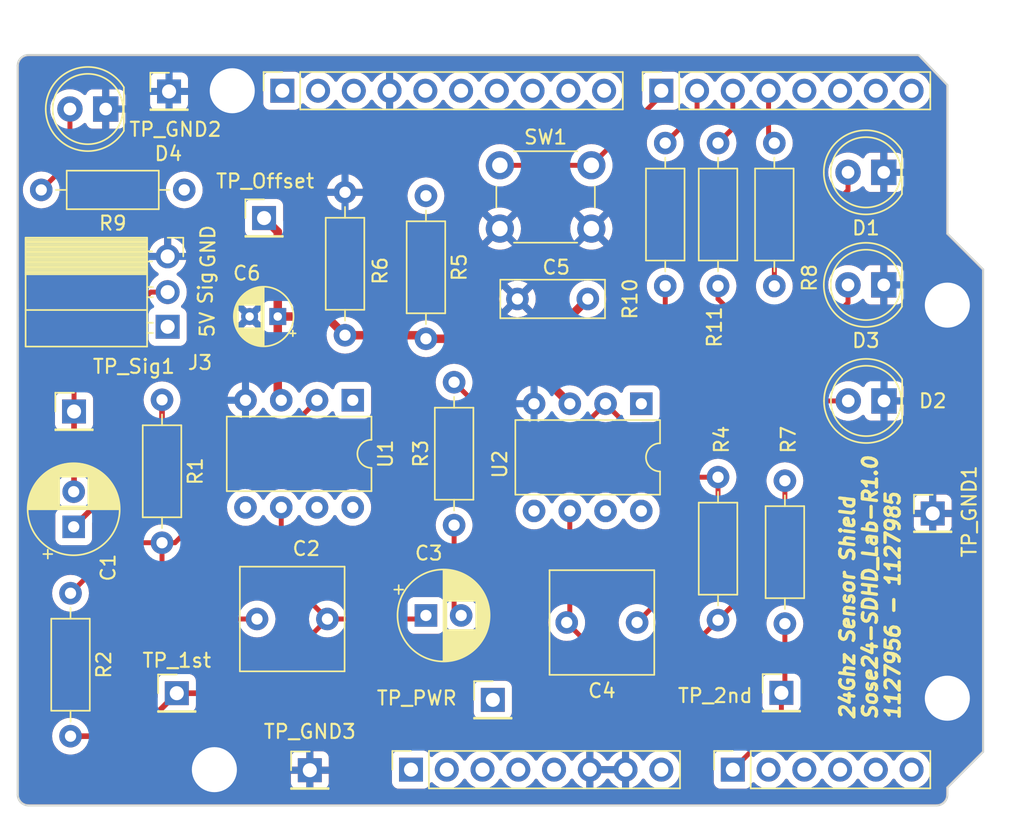
<source format=kicad_pcb>
(kicad_pcb (version 20240108) (generator "pcbnew") (generator_version "8.0")
  (title_block (title "24Ghz Radar Design") (date "2024-04-23") (rev "R1.0") (company "Hochschule Darmstadt") (comment 1 "Nguyen Tien Anh Ha"))
  (layers (0 "F.Cu" signal) (1 "In1.Cu" power "In1.GND") (2 "In2.Cu" power "In2.Pow") (31 "B.Cu" signal) (34 "B.Paste" user) (35 "F.Paste" user) (36 "B.SilkS" user "B.Silkscreen") (37 "F.SilkS" user "F.Silkscreen") (38 "B.Mask" user) (39 "F.Mask" user) (44 "Edge.Cuts" user))
  (net 0 "")
  (net 1 "GND")
  (net 3 "+5V")
  (net 4 "/Radar_Sig")
  (net 5 "Net-(C1-Pad1)")
  (net 6 "Net-(C2-Pad2)")
  (net 7 "Net-(U1--)")
  (net 8 "Net-(C3-Pad2)")
  (net 9 "Net-(U2--)")
  (net 10 "Net-(C4-Pad2)")
  (net 11 "/V_offset")
  (net 12 "Net-(D1-A)")
  (net 13 "Net-(D2-A)")
  (net 14 "Net-(D3-A)")
  (net 15 "Net-(D4-A)")
  (net 16 "/VDDIO{slash}2")
  (net 17 "/3.3V")
  (net 18 "/nReset{slash}2")
  (net 19 "/Vin{slash}2")
  (net 20 "/P15.4")
  (net 21 "/P6.3")
  (net 22 "/V_out")
  (net 25 "/P6.2")
  (net 26 "/P6.5")
  (net 27 "/P6.0")
  (net 28 "/P6.6")
  (net 29 "/USR_LED")
  (net 31 "/P6.4")
  (net 32 "/P6.1")
  (net 33 "/P12.4")
  (net 34 "/P12.5")
  (net 35 "/P2.2")
  (net 36 "/P2.1")
  (net 37 "/SW_BUTTON")
  (net 38 "/P2.3")
  (net 39 "/P2.0")
  (net 40 "/LED_GREEN")
  (net 41 "/LED_RED")
  (net 42 "/LED_YELLOW")
  (footprint "Connector_PinSocket_2.54mm:PinSocket_1x08_P2.54mm_Vertical" (layer "F.Cu") (at 127.94 97.46 90)
    (property "Reference" "J1" (hide yes))
    (property "Value" "Power")
    (pad "1" thru_hole rect (at 0 0 90) (size 1.7 1.7) (drill 1) (layers "*.Cu" "*.Mask"))
    (pad "2" thru_hole oval (at 0 2.54 90) (size 1.7 1.7) (drill 1) (layers "*.Cu" "*.Mask") (net 16 "/VDDIO{slash}2"))
    (pad "3" thru_hole oval (at 0 5.08 90) (size 1.7 1.7) (drill 1) (layers "*.Cu" "*.Mask") (net 18 "/nReset{slash}2"))
    (pad "4" thru_hole oval (at 0 7.62 90) (size 1.7 1.7) (drill 1) (layers "*.Cu" "*.Mask") (net 17 "/3.3V"))
    (pad "5" thru_hole oval (at 0 10.16 90) (size 1.7 1.7) (drill 1) (layers "*.Cu" "*.Mask") (net 3 "+5V"))
    (pad "6" thru_hole oval (at 0 12.7 90) (size 1.7 1.7) (drill 1) (layers "*.Cu" "*.Mask") (net 1 "GND"))
    (pad "7" thru_hole oval (at 0 15.24 90) (size 1.7 1.7) (drill 1) (layers "*.Cu" "*.Mask") (net 1 "GND"))
    (pad "8" thru_hole oval (at 0 17.78 90) (size 1.7 1.7) (drill 1) (layers "*.Cu" "*.Mask") (net 19 "/Vin{slash}2"))
  )
  (footprint "Connector_PinSocket_2.54mm:PinSocket_1x06_P2.54mm_Vertical" (layer "F.Cu") (at 150.8 97.46 90)
    (property "Reference" "J2" (hide yes))
    (property "Value" "Analog")
    (pad "1" thru_hole rect (at 0 0 90) (size 1.7 1.7) (drill 1) (layers "*.Cu" "*.Mask") (net 22 "/V_out"))
    (pad "2" thru_hole oval (at 0 2.54 90) (size 1.7 1.7) (drill 1) (layers "*.Cu" "*.Mask") (net 20 "/P15.4"))
    (pad "3" thru_hole oval (at 0 5.08 90) (size 1.7 1.7) (drill 1) (layers "*.Cu" "*.Mask") (net 21 "/P6.3"))
    (pad "4" thru_hole oval (at 0 7.62 90) (size 1.7 1.7) (drill 1) (layers "*.Cu" "*.Mask") (net 25 "/P6.2"))
    (pad "5" thru_hole oval (at 0 10.16 90) (size 1.7 1.7) (drill 1) (layers "*.Cu" "*.Mask"))
    (pad "6" thru_hole oval (at 0 12.7 90) (size 1.7 1.7) (drill 1) (layers "*.Cu" "*.Mask"))
  )
  (footprint "Connector_PinSocket_2.54mm:PinSocket_1x10_P2.54mm_Vertical" (layer "F.Cu") (at 118.796 49.2 90)
    (property "Reference" "J4" (hide yes))
    (property "Value" "Digital/PWM")
    (pad "1" thru_hole rect (at 0 0 90) (size 1.7 1.7) (drill 1) (layers "*.Cu" "*.Mask") (net 27 "/P6.0"))
    (pad "2" thru_hole oval (at 0 2.54 90) (size 1.7 1.7) (drill 1) (layers "*.Cu" "*.Mask") (net 32 "/P6.1"))
    (pad "3" thru_hole oval (at 0 5.08 90) (size 1.7 1.7) (drill 1) (layers "*.Cu" "*.Mask"))
    (pad "4" thru_hole oval (at 0 7.62 90) (size 1.7 1.7) (drill 1) (layers "*.Cu" "*.Mask") (net 1 "GND"))
    (pad "5" thru_hole oval (at 0 10.16 90) (size 1.7 1.7) (drill 1) (layers "*.Cu" "*.Mask") (net 29 "/USR_LED"))
    (pad "6" thru_hole oval (at 0 12.7 90) (size 1.7 1.7) (drill 1) (layers "*.Cu" "*.Mask") (net 28 "/P6.6"))
    (pad "7" thru_hole oval (at 0 15.24 90) (size 1.7 1.7) (drill 1) (layers "*.Cu" "*.Mask") (net 26 "/P6.5"))
    (pad "8" thru_hole oval (at 0 17.78 90) (size 1.7 1.7) (drill 1) (layers "*.Cu" "*.Mask") (net 31 "/P6.4"))
    (pad "9" thru_hole oval (at 0 20.32 90) (size 1.7 1.7) (drill 1) (layers "*.Cu" "*.Mask") (net 34 "/P12.5"))
    (pad "10" thru_hole oval (at 0 22.86 90) (size 1.7 1.7) (drill 1) (layers "*.Cu" "*.Mask") (net 33 "/P12.4"))
  )
  (footprint "Connector_PinSocket_2.54mm:PinSocket_1x08_P2.54mm_Vertical" (layer "F.Cu") (at 145.72 49.2 90)
    (property "Reference" "J5" (hide yes))
    (property "Value" "Digital/PWM")
    (pad "1" thru_hole rect (at 0 0 90) (size 1.7 1.7) (drill 1) (layers "*.Cu" "*.Mask") (net 37 "/SW_BUTTON"))
    (pad "2" thru_hole oval (at 0 2.54 90) (size 1.7 1.7) (drill 1) (layers "*.Cu" "*.Mask") (net 40 "/LED_GREEN"))
    (pad "3" thru_hole oval (at 0 5.08 90) (size 1.7 1.7) (drill 1) (layers "*.Cu" "*.Mask") (net 42 "/LED_YELLOW"))
    (pad "4" thru_hole oval (at 0 7.62 90) (size 1.7 1.7) (drill 1) (layers "*.Cu" "*.Mask") (net 41 "/LED_RED"))
    (pad "5" thru_hole oval (at 0 10.16 90) (size 1.7 1.7) (drill 1) (layers "*.Cu" "*.Mask") (net 38 "/P2.3"))
    (pad "6" thru_hole oval (at 0 12.7 90) (size 1.7 1.7) (drill 1) (layers "*.Cu" "*.Mask") (net 35 "/P2.2"))
    (pad "7" thru_hole oval (at 0 15.24 90) (size 1.7 1.7) (drill 1) (layers "*.Cu" "*.Mask") (net 36 "/P2.1"))
    (pad "8" thru_hole oval (at 0 17.78 90) (size 1.7 1.7) (drill 1) (layers "*.Cu" "*.Mask") (net 39 "/P2.0"))
  )
  (footprint "LED_THT:LED_D5.0mm" (layer "F.Cu") (at 161.54 71.25 180)
    (property "Reference" "D2" (at -3.46 0 180) (layer "F.SilkS"))
    (property "Value" "Green_LED")
    (pad "1" thru_hole rect (at 0 0 180) (size 1.8 1.8) (drill 0.9) (layers "*.Cu" "*.Mask") (net 1 "GND"))
    (pad "2" thru_hole circle (at 2.54 0 180) (size 1.8 1.8) (drill 0.9) (layers "*.Cu" "*.Mask") (net 13 "Net-(D2-A)"))
  )
  (footprint "Connector_PinHeader_2.54mm:PinHeader_1x01_P2.54mm_Vertical" (layer "F.Cu") (at 104 72)
    (property "Reference" "TP_Sig1" (at 4.25 -3.2 0) (layer "F.SilkS"))
    (property "Value" "TP_Sig")
    (pad "1" thru_hole rect (at 0 0) (size 1.7 1.7) (drill 1) (layers "*.Cu" "*.Mask") (net 4 "/Radar_Sig"))
  )
  (footprint "Connector_PinHeader_2.54mm:PinHeader_1x01_P2.54mm_Vertical" (layer "F.Cu") (at 111.3 92.025)
    (property "Reference" "TP_1st" (at 0 -2.33 0) (layer "F.SilkS"))
    (property "Value" "TP_1st")
    (pad "1" thru_hole rect (at 0 0) (size 1.7 1.7) (drill 1) (layers "*.Cu" "*.Mask") (net 6 "Net-(C2-Pad2)"))
  )
  (footprint "LED_THT:LED_D5.0mm" (layer "F.Cu") (at 106.25 50.5 180)
    (property "Reference" "D4" (at -4.45 -3.175 180) (layer "F.SilkS"))
    (property "Value" "Pwr_LED")
    (pad "1" thru_hole rect (at 0 0 180) (size 1.8 1.8) (drill 0.9) (layers "*.Cu" "*.Mask") (net 1 "GND"))
    (pad "2" thru_hole circle (at 2.54 0 180) (size 1.8 1.8) (drill 0.9) (layers "*.Cu" "*.Mask") (net 15 "Net-(D4-A)"))
  )
  (footprint "Connector_PinHeader_2.54mm:PinHeader_1x01_P2.54mm_Vertical" (layer "F.Cu") (at 110.75 49.25)
    (property "Reference" "TP_GND2" (at 0.45 2.7 0) (layer "F.SilkS"))
    (property "Value" "TestPoint")
    (pad "1" thru_hole rect (at 0 0) (size 1.7 1.7) (drill 1) (layers "*.Cu" "*.Mask") (net 1 "GND"))
  )
  (footprint "Capacitor_THT:C_Rect_L7.2mm_W2.5mm_P5.00mm_FKS2_FKP2_MKS2_MKP2" (layer "F.Cu") (at 140.5 64 180)
    (property "Reference" "C5" (at 2.25 2.25 180) (layer "F.SilkS"))
    (property "Value" "100n")
    (pad "1" thru_hole circle (at 0 0 180) (size 1.6 1.6) (drill 0.8) (layers "*.Cu" "*.Mask") (net 11 "/V_offset"))
    (pad "2" thru_hole circle (at 5 0 180) (size 1.6 1.6) (drill 0.8) (layers "*.Cu" "*.Mask") (net 1 "GND"))
  )
  (footprint "Resistor_THT:R_Axial_DIN0207_L6.3mm_D2.5mm_P10.16mm_Horizontal" (layer "F.Cu") (at 123.25 66.58 90)
    (property "Reference" "R6" (at 4.58 2.5 -90) (layer "F.SilkS"))
    (property "Value" "1k")
    (pad "1" thru_hole circle (at 0 0 90) (size 1.6 1.6) (drill 0.8) (layers "*.Cu" "*.Mask") (net 11 "/V_offset"))
    (pad "2" thru_hole oval (at 10.16 0 90) (size 1.6 1.6) (drill 0.8) (layers "*.Cu" "*.Mask") (net 1 "GND"))
  )
  (footprint "radar_connector:PinSocket_1x03_P2.54mm_Horizontal" (layer "F.Cu") (at 110.65 60.975)
    (property "Reference" "J3" (at 2.3 7.55 0) (layer "F.SilkS"))
    (property "Value" "Conn_01x03_Socket")
    (pad "1" thru_hole rect (at 0 5) (size 1.7 1.7) (drill 1) (layers "*.Cu" "*.Mask") (net 3 "+5V"))
    (pad "2" thru_hole oval (at 0 2.54) (size 1.7 1.7) (drill 1) (layers "*.Cu" "*.Mask") (net 4 "/Radar_Sig"))
    (pad "3" thru_hole oval (at 0 0) (size 1.7 1.7) (drill 1) (layers "*.Cu" "*.Mask") (net 1 "GND"))
  )
  (footprint "LED_THT:LED_D5.0mm" (layer "F.Cu") (at 161.525 55 180)
    (property "Reference" "D1" (at 1.27 -3.96 180) (layer "F.SilkS"))
    (property "Value" "Red_LED")
    (pad "1" thru_hole rect (at 0 0 180) (size 1.8 1.8) (drill 0.9) (layers "*.Cu" "*.Mask") (net 1 "GND"))
    (pad "2" thru_hole circle (at 2.54 0 180) (size 1.8 1.8) (drill 0.9) (layers "*.Cu" "*.Mask") (net 12 "Net-(D1-A)"))
  )
  (footprint "Button_Switch_THT:SW_PUSH_6mm_H7.3mm" (layer "F.Cu") (at 134.25 54.5)
    (property "Reference" "SW1" (at 3.25 -2 0) (layer "F.SilkS"))
    (property "Value" "SW_Push")
    (pad "1" thru_hole circle (at 0 0 90) (size 2 2) (drill 1.1) (layers "*.Cu" "*.Mask") (net 37 "/SW_BUTTON"))
    (pad "1" thru_hole circle (at 6.5 0 90) (size 2 2) (drill 1.1) (layers "*.Cu" "*.Mask") (net 37 "/SW_BUTTON"))
    (pad "2" thru_hole circle (at 0 4.5 90) (size 2 2) (drill 1.1) (layers "*.Cu" "*.Mask") (net 1 "GND"))
    (pad "2" thru_hole circle (at 6.5 4.5 90) (size 2 2) (drill 1.1) (layers "*.Cu" "*.Mask") (net 1 "GND"))
  )
  (footprint "Capacitor_THT:CP_Radial_D4.0mm_P2.00mm" (layer "F.Cu") (at 118.4726 65.25 180)
    (property "Reference" "C6" (at 2.1976 3.075 180) (layer "F.SilkS"))
    (property "Value" "22u")
    (pad "1" thru_hole rect (at 0 0 180) (size 1.2 1.2) (drill 0.6) (layers "*.Cu" "*.Mask") (net 11 "/V_offset"))
    (pad "2" thru_hole circle (at 2 0 180) (size 1.2 1.2) (drill 0.6) (layers "*.Cu" "*.Mask") (net 1 "GND"))
  )
  (footprint "Package_DIP:DIP-8_W7.62mm" (layer "F.Cu") (at 144.3 71.45 -90)
    (property "Reference" "U2" (at 4.3 10.05 90) (layer "F.SilkS"))
    (property "Value" "OPA340P")
    (pad "1" thru_hole rect (at 0 0 270) (size 1.6 1.6) (drill 0.8) (layers "*.Cu" "*.Mask"))
    (pad "2" thru_hole oval (at 0 2.54 270) (size 1.6 1.6) (drill 0.8) (layers "*.Cu" "*.Mask") (net 9 "Net-(U2--)"))
    (pad "3" thru_hole oval (at 0 5.08 270) (size 1.6 1.6) (drill 0.8) (layers "*.Cu" "*.Mask") (net 11 "/V_offset"))
    (pad "4" thru_hole oval (at 0 7.62 270) (size 1.6 1.6) (drill 0.8) (layers "*.Cu" "*.Mask") (net 1 "GND"))
    (pad "5" thru_hole oval (at 7.62 7.62 270) (size 1.6 1.6) (drill 0.8) (layers "*.Cu" "*.Mask"))
    (pad "6" thru_hole oval (at 7.62 5.08 270) (size 1.6 1.6) (drill 0.8) (layers "*.Cu" "*.Mask") (net 10 "Net-(C4-Pad2)"))
    (pad "7" thru_hole oval (at 7.62 2.54 270) (size 1.6 1.6) (drill 0.8) (layers "*.Cu" "*.Mask") (net 3 "+5V"))
    (pad "8" thru_hole oval (at 7.62 0 270) (size 1.6 1.6) (drill 0.8) (layers "*.Cu" "*.Mask"))
  )
  (footprint "LED_THT:LED_D5.0mm" (layer "F.Cu") (at 161.525 63 180)
    (property "Reference" "D3" (at 1.27 -3.96 180) (layer "F.SilkS"))
    (property "Value" "Yellow_LED")
    (pad "1" thru_hole rect (at 0 0 180) (size 1.8 1.8) (drill 0.9) (layers "*.Cu" "*.Mask") (net 1 "GND"))
    (pad "2" thru_hole circle (at 2.54 0 180) (size 1.8 1.8) (drill 0.9) (layers "*.Cu" "*.Mask") (net 14 "Net-(D3-A)"))
  )
  (footprint "Arduino_MountingHole:MountingHole_3.2mm" (layer "F.Cu") (at 115.24 49.2)
    (property "Reference" "MH1" (hide yes))
    (property "Value" "MountingHole_3.2mm" (hide yes))
    (pad "" np_thru_hole circle (at 0 0) (size 3.2 3.2) (drill 3.2) (layers "*.Cu" "*.Mask"))
  )
  (footprint "Connector_PinHeader_2.54mm:PinHeader_1x01_P2.54mm_Vertical" (layer "F.Cu") (at 165 79.25)
    (property "Reference" "TP_GND1" (at 2.6 -0.15 90) (layer "F.SilkS"))
    (property "Value" "TestPoint")
    (pad "1" thru_hole rect (at 0 0) (size 1.7 1.7) (drill 1) (layers "*.Cu" "*.Mask") (net 1 "GND"))
  )
  (footprint "Capacitor_THT:C_Rect_L7.2mm_W7.2mm_P5.00mm_FKS2_FKP2_MKS2_MKP2" (layer "F.Cu") (at 144 87 180)
    (property "Reference" "C4" (at 2.5 -4.85 180) (layer "F.SilkS"))
    (property "Value" "3.3n")
    (pad "1" thru_hole circle (at 0 0 180) (size 1.6 1.6) (drill 0.8) (layers "*.Cu" "*.Mask") (net 9 "Net-(U2--)"))
    (pad "2" thru_hole circle (at 5 0 180) (size 1.6 1.6) (drill 0.8) (layers "*.Cu" "*.Mask") (net 10 "Net-(C4-Pad2)"))
  )
  (footprint "Resistor_THT:R_Axial_DIN0207_L6.3mm_D2.5mm_P10.16mm_Horizontal" (layer "F.Cu") (at 149.75 76.67 -90)
    (property "Reference" "R4" (at -2.67 -0.25 90) (layer "F.SilkS"))
    (property "Value" "100k")
    (pad "1" thru_hole circle (at 0 0 270) (size 1.6 1.6) (drill 0.8) (layers "*.Cu" "*.Mask") (net 9 "Net-(U2--)"))
    (pad "2" thru_hole oval (at 10.16 0 270) (size 1.6 1.6) (drill 0.8) (layers "*.Cu" "*.Mask") (net 10 "Net-(C4-Pad2)"))
  )
  (footprint "Resistor_THT:R_Axial_DIN0207_L6.3mm_D2.5mm_P10.16mm_Horizontal" (layer "F.Cu") (at 103.75 84.92 -90)
    (property "Reference" "R2" (at 5.08 -2.37 90) (layer "F.SilkS"))
    (property "Value" "220k")
    (pad "1" thru_hole circle (at 0 0 270) (size 1.6 1.6) (drill 0.8) (layers "*.Cu" "*.Mask") (net 7 "Net-(U1--)"))
    (pad "2" thru_hole oval (at 10.16 0 270) (size 1.6 1.6) (drill 0.8) (layers "*.Cu" "*.Mask") (net 6 "Net-(C2-Pad2)"))
  )
  (footprint "Resistor_THT:R_Axial_DIN0207_L6.3mm_D2.5mm_P10.16mm_Horizontal" (layer "F.Cu") (at 111.83 56.25 180)
    (property "Reference" "R9" (at 5.08 -2.37 180) (layer "F.SilkS"))
    (property "Value" "470")
    (pad "1" thru_hole circle (at 0 0 180) (size 1.6 1.6) (drill 0.8) (layers "*.Cu" "*.Mask") (net 3 "+5V"))
    (pad "2" thru_hole oval (at 10.16 0 180) (size 1.6 1.6) (drill 0.8) (layers "*.Cu" "*.Mask") (net 15 "Net-(D4-A)"))
  )
  (footprint "Resistor_THT:R_Axial_DIN0207_L6.3mm_D2.5mm_P10.16mm_Horizontal" (layer "F.Cu") (at 153.75 52.92 -90)
    (property "Reference" "R8" (at 9.58 -2.5 90) (layer "F.SilkS"))
    (property "Value" "470")
    (pad "1" thru_hole circle (at 0 0 270) (size 1.6 1.6) (drill 0.8) (layers "*.Cu" "*.Mask") (net 41 "/LED_RED"))
    (pad "2" thru_hole oval (at 10.16 0 270) (size 1.6 1.6) (drill 0.8) (layers "*.Cu" "*.Mask") (net 12 "Net-(D1-A)"))
  )
  (footprint "Capacitor_THT:CP_Radial_D6.3mm_P2.50mm" (layer "F.Cu") (at 129 86.5)
    (property "Reference" "C3" (at 0.2 -4.425 0) (layer "F.SilkS"))
    (property "Value" "4.7u")
    (pad "1" thru_hole rect (at 0 0) (size 1.6 1.6) (drill 0.8) (layers "*.Cu" "*.Mask") (net 6 "Net-(C2-Pad2)"))
    (pad "2" thru_hole circle (at 2.5 0) (size 1.6 1.6) (drill 0.8) (layers "*.Cu" "*.Mask") (net 8 "Net-(C3-Pad2)"))
  )
  (footprint "Resistor_THT:R_Axial_DIN0207_L6.3mm_D2.5mm_P10.16mm_Horizontal" (layer "F.Cu") (at 110.25 71.17 -90)
    (property "Reference" "R1" (at 5.08 -2.37 90) (layer "F.SilkS"))
    (property "Value" "2.2k")
    (pad "1" thru_hole circle (at 0 0 270) (size 1.6 1.6) (drill 0.8) (layers "*.Cu" "*.Mask") (net 5 "Net-(C1-Pad1)"))
    (pad "2" thru_hole oval (at 10.16 0 270) (size 1.6 1.6) (drill 0.8) (layers "*.Cu" "*.Mask") (net 7 "Net-(U1--)"))
  )
  (footprint "Connector_PinHeader_2.54mm:PinHeader_1x01_P2.54mm_Vertical" (layer "F.Cu") (at 120.75 97.5)
    (property "Reference" "TP_GND3" (at 0 -2.75 0) (layer "F.SilkS"))
    (property "Value" "TestPoint")
    (pad "1" thru_hole rect (at 0 0) (size 1.7 1.7) (drill 1) (layers "*.Cu" "*.Mask") (net 1 "GND"))
  )
  (footprint "Capacitor_THT:CP_Radial_D6.3mm_P2.50mm" (layer "F.Cu") (at 103.975 80.2 90)
    (property "Reference" "C1" (at -2.9 2.45 -90) (layer "F.SilkS"))
    (property "Value" "4.7u")
    (pad "1" thru_hole rect (at 0 0 90) (size 1.6 1.6) (drill 0.8) (layers "*.Cu" "*.Mask") (net 5 "Net-(C1-Pad1)"))
    (pad "2" thru_hole circle (at 2.5 0 90) (size 1.6 1.6) (drill 0.8) (layers "*.Cu" "*.Mask") (net 4 "/Radar_Sig"))
  )
  (footprint "Resistor_THT:R_Axial_DIN0207_L6.3mm_D2.5mm_P10.16mm_Horizontal" (layer "F.Cu") (at 146 52.92 -90)
    (property "Reference" "R10" (at 11.08 2.5 90) (layer "F.SilkS"))
    (property "Value" "470")
    (pad "1" thru_hole circle (at 0 0 270) (size 1.6 1.6) (drill 0.8) (layers "*.Cu" "*.Mask") (net 40 "/LED_GREEN"))
    (pad "2" thru_hole oval (at 10.16 0 270) (size 1.6 1.6) (drill 0.8) (layers "*.Cu" "*.Mask") (net 13 "Net-(D2-A)"))
  )
  (footprint "Resistor_THT:R_Axial_DIN0207_L6.3mm_D2.5mm_P10.16mm_Horizontal" (layer "F.Cu") (at 154.5 76.92 -90)
    (property "Reference" "R7" (at -2.92 -0.25 90) (layer "F.SilkS"))
    (property "Value" "100")
    (pad "1" thru_hole circle (at 0 0 270) (size 1.6 1.6) (drill 0.8) (layers "*.Cu" "*.Mask") (net 10 "Net-(C4-Pad2)"))
    (pad "2" thru_hole oval (at 10.16 0 270) (size 1.6 1.6) (drill 0.8) (layers "*.Cu" "*.Mask") (net 22 "/V_out"))
  )
  (footprint "Resistor_THT:R_Axial_DIN0207_L6.3mm_D2.5mm_P10.16mm_Horizontal" (layer "F.Cu") (at 131 80.08 90)
    (property "Reference" "R3" (at 5.08 -2.37 -90) (layer "F.SilkS"))
    (property "Value" "33k")
    (pad "1" thru_hole circle (at 0 0 90) (size 1.6 1.6) (drill 0.8) (layers "*.Cu" "*.Mask") (net 8 "Net-(C3-Pad2)"))
    (pad "2" thru_hole oval (at 10.16 0 90) (size 1.6 1.6) (drill 0.8) (layers "*.Cu" "*.Mask") (net 9 "Net-(U2--)"))
  )
  (footprint "Package_DIP:DIP-8_W7.62mm" (layer "F.Cu") (at 123.8 71.2 -90)
    (property "Reference" "U1" (at 3.81 -2.33 90) (layer "F.SilkS"))
    (property "Value" "OPA340P")
    (pad "1" thru_hole rect (at 0 0 270) (size 1.6 1.6) (drill 0.8) (layers "*.Cu" "*.Mask"))
    (pad "2" thru_hole oval (at 0 2.54 270) (size 1.6 1.6) (drill 0.8) (layers "*.Cu" "*.Mask") (net 7 "Net-(U1--)"))
    (pad "3" thru_hole oval (at 0 5.08 270) (size 1.6 1.6) (drill 0.8) (layers "*.Cu" "*.Mask") (net 11 "/V_offset"))
    (pad "4" thru_hole oval (at 0 7.62 270) (size 1.6 1.6) (drill 0.8) (layers "*.Cu" "*.Mask") (net 1 "GND"))
    (pad "5" thru_hole oval (at 7.62 7.62 270) (size 1.6 1.6) (drill 0.8) (layers "*.Cu" "*.Mask"))
    (pad "6" thru_hole oval (at 7.62 5.08 270) (size 1.6 1.6) (drill 0.8) (layers "*.Cu" "*.Mask") (net 6 "Net-(C2-Pad2)"))
    (pad "7" thru_hole oval (at 7.62 2.54 270) (size 1.6 1.6) (drill 0.8) (layers "*.Cu" "*.Mask") (net 3 "+5V"))
    (pad "8" thru_hole oval (at 7.62 0 270) (size 1.6 1.6) (drill 0.8) (layers "*.Cu" "*.Mask"))
  )
  (footprint "Connector_PinHeader_2.54mm:PinHeader_1x01_P2.54mm_Vertical" (layer "F.Cu") (at 154.25 92)
    (property "Reference" "TP_2nd" (at -4.7 0.2 0) (layer "F.SilkS"))
    (property "Value" "TP_2nd")
    (pad "1" thru_hole rect (at 0 0) (size 1.7 1.7) (drill 1) (layers "*.Cu" "*.Mask") (net 22 "/V_out"))
  )
  (footprint "Connector_PinHeader_2.54mm:PinHeader_1x01_P2.54mm_Vertical" (layer "F.Cu") (at 117.5 58.25)
    (property "Reference" "TP_Offset" (at 0.075 -2.625 0) (layer "F.SilkS"))
    (property "Value" "TP_Offset")
    (pad "1" thru_hole rect (at 0 0) (size 1.7 1.7) (drill 1) (layers "*.Cu" "*.Mask") (net 11 "/V_offset"))
  )
  (footprint "Capacitor_THT:C_Rect_L7.2mm_W7.2mm_P5.00mm_FKS2_FKP2_MKS2_MKP2" (layer "F.Cu") (at 117 86.75)
    (property "Reference" "C2" (at 3.5 -5 0) (layer "F.SilkS"))
    (property "Value" "1.5n")
    (pad "1" thru_hole circle (at 0 0) (size 1.6 1.6) (drill 0.8) (layers "*.Cu" "*.Mask") (net 7 "Net-(U1--)"))
    (pad "2" thru_hole circle (at 5 0) (size 1.6 1.6) (drill 0.8) (layers "*.Cu" "*.Mask") (net 6 "Net-(C2-Pad2)"))
  )
  (footprint "Arduino_MountingHole:MountingHole_3.2mm" (layer "F.Cu") (at 113.97 97.46)
    (property "Reference" "MH2" (hide yes))
    (property "Value" "MountingHole_3.2mm" (hide yes))
    (pad "" np_thru_hole circle (at 0 0) (size 3.2 3.2) (drill 3.2) (layers "*.Cu" "*.Mask"))
  )
  (footprint "Arduino_MountingHole:MountingHole_3.2mm" (layer "F.Cu") (at 166.04 64.44)
    (property "Reference" "MH3" (hide yes))
    (property "Value" "MountingHole_3.2mm" (hide yes))
    (pad "" np_thru_hole circle (at 0 0) (size 3.2 3.2) (drill 3.2) (layers "*.Cu" "*.Mask"))
  )
  (footprint "Arduino_MountingHole:MountingHole_3.2mm" (layer "F.Cu") (at 166.04 92.38)
    (property "Reference" "MH4" (hide yes))
    (property "Value" "MountingHole_3.2mm" (hide yes))
    (pad "" np_thru_hole circle (at 0 0) (size 3.2 3.2) (drill 3.2) (layers "*.Cu" "*.Mask"))
  )
  (footprint "Connector_PinHeader_2.54mm:PinHeader_1x01_P2.54mm_Vertical" (layer "F.Cu") (at 133.75 92.5)
    (property "Reference" "TP_PWR" (at -5.4 -0.125 0) (layer "F.SilkS"))
    (property "Value" "TP_5V")
    (pad "1" thru_hole rect (at 0 0) (size 1.7 1.7) (drill 1) (layers "*.Cu" "*.Mask") (net 3 "+5V"))
  )
  (footprint "Resistor_THT:R_Axial_DIN0207_L6.3mm_D2.5mm_P10.16mm_Horizontal" (layer "F.Cu") (at 149.75 52.92 -90)
    (property "Reference" "R11" (at 13.08 0.25 90) (layer "F.SilkS"))
    (property "Value" "470")
    (pad "1" thru_hole circle (at 0 0 270) (size 1.6 1.6) (drill 0.8) (layers "*.Cu" "*.Mask") (net 42 "/LED_YELLOW"))
    (pad "2" thru_hole oval (at 10.16 0 270) (size 1.6 1.6) (drill 0.8) (layers "*.Cu" "*.Mask") (net 14 "Net-(D3-A)"))
  )
  (footprint "Resistor_THT:R_Axial_DIN0207_L6.3mm_D2.5mm_P10.16mm_Horizontal" (layer "F.Cu") (at 129 56.67 -90)
    (property "Reference" "R5" (at 5.08 -2.37 90) (layer "F.SilkS"))
    (property "Value" "1k")
    (pad "1" thru_hole circle (at 0 0 270) (size 1.6 1.6) (drill 0.8) (layers "*.Cu" "*.Mask") (net 3 "+5V"))
    (pad "2" thru_hole oval (at 10.16 0 270) (size 1.6 1.6) (drill 0.8) (layers "*.Cu" "*.Mask") (net 11 "/V_offset"))
  )
  (gr_line (start 166.04 59.36) (end 168.58 61.9) (stroke (width 0.15)) (layer "Edge.Cuts"))
  (gr_line (start 100 99.238) (end 100 47.422) (stroke (width 0.15)) (layer "Edge.Cuts"))
  (gr_line (start 168.58 61.9) (end 168.58 96.19) (stroke (width 0.15)) (layer "Edge.Cuts"))
  (gr_line (start 165.278 100) (end 100.762 100) (stroke (width 0.15)) (layer "Edge.Cuts"))
  (gr_line (start 100.762 46.66) (end 164 46.66) (stroke (width 0.15)) (layer "Edge.Cuts"))
  (gr_arc (start 100.762 100) (mid 100.223185 99.776815) (end 100 99.238) (stroke (width 0.15)) (layer "Edge.Cuts"))
  (gr_line (start 168.58 96.19) (end 166.04 98.73) (stroke (width 0.15)) (layer "Edge.Cuts"))
  (gr_line (start 164 46.66) (end 166.04 48.8) (stroke (width 0.15)) (layer "Edge.Cuts"))
  (gr_arc (start 166.04 99.238) (mid 165.816815 99.776815) (end 165.278 100) (stroke (width 0.15)) (layer "Edge.Cuts"))
  (gr_line (start 166.04 48.8) (end 166.04 59.36) (stroke (width 0.15)) (layer "Edge.Cuts"))
  (gr_line (start 166.04 98.73) (end 166.04 99.238) (stroke (width 0.15)) (layer "Edge.Cuts"))
  (gr_arc (start 100 47.422) (mid 100.223185 46.883185) (end 100.762 46.66) (stroke (width 0.15)) (layer "Edge.Cuts"))
  (gr_text "Sig\n" (at 113.925 64.475 90) (layer "F.SilkS") (effects (font (size 1 1)) (justify left bottom)))
  (gr_text "5V" (at 114.05 66.825 90) (layer "F.SilkS") (effects (font (size 1 1)) (justify left bottom)))
  (gr_text "GND\n" (at 114.1 61.9 90) (layer "F.SilkS") (effects (font (size 1 1)) (justify left bottom)))
  (gr_text "24Ghz Sensor Shield	\nSose24-SDHD_Lab-${REVISION}\n1127956 - 1127985\n" (at 162.75 94 90) (layer "F.SilkS") (effects (font (size 1 1) (thickness 0.24) (bold yes) (italic yes)) (justify left bottom)))
  (segment (start 110.65 63.515) (end 109.447919 63.515) (width 0.35) (layer "F.Cu") (net 4))
  (segment (start 104 68.962919) (end 104 72) (width 0.35) (layer "F.Cu") (net 4))
  (segment (start 104 77.675) (end 103.975 77.7) (width 0.4) (layer "F.Cu") (net 4))
  (segment (start 103.975 72.025) (end 104 72) (width 0.2) (layer "F.Cu") (net 4))
  (segment (start 104 72) (end 104 77.675) (width 0.4) (layer "F.Cu") (net 4))
  (segment (start 109.447919 63.515) (end 104 68.962919) (width 0.35) (layer "F.Cu") (net 4))
  (segment (start 110.25 71.17) (end 110.25 73.925) (width 0.4) (layer "F.Cu") (net 5))
  (segment (start 110.25 73.925) (end 103.975 80.2) (width 0.4) (layer "F.Cu") (net 5))
  (segment (start 110.25 71.17) (end 110.325 71.245) (width 0.2) (layer "F.Cu") (net 5))
  (segment (start 110.525 71.445) (end 110.25 71.17) (width 0.6) (layer "F.Cu") (net 5))
  (segment (start 116.725 92.025) (end 116.75 92) (width 0.4) (layer "F.Cu") (net 6))
  (segment (start 111.3 92.025) (end 116.725 92.025) (width 0.4) (layer "F.Cu") (net 6))
  (segment (start 128.75 86.75) (end 129 86.5) (width 0.35) (layer "F.Cu") (net 6))
  (segment (start 116.75 92) (end 122 86.75) (width 0.35) (layer "F.Cu") (net 6))
  (segment (start 118.72 78.82) (end 118.72 83.47) (width 0.35) (layer "F.Cu") (net 6))
  (segment (start 118.72 83.47) (end 122 86.75) (width 0.35) (layer "F.Cu") (net 6))
  (segment (start 108.245 95.08) (end 111.3 92.025) (width 0.4) (layer "F.Cu") (net 6))
  (segment (start 103.75 95.08) (end 108.245 95.08) (width 0.4) (layer "F.Cu") (net 6))
  (segment (start 122 86.75) (end 128.75 86.75) (width 0.35) (layer "F.Cu") (net 6))
  (segment (start 114 86.75) (end 117 86.75) (width 0.35) (layer "F.Cu") (net 7))
  (segment (start 110.25 83) (end 114 86.75) (width 0.35) (layer "F.Cu") (net 7))
  (segment (start 121.26 71.24) (end 111.17 81.33) (width 0.35) (layer "F.Cu") (net 7))
  (segment (start 110.25 81.33) (end 110.25 83) (width 0.35) (layer "F.Cu") (net 7))
  (segment (start 121.26 71.2) (end 121.26 71.24) (width 0.35) (layer "F.Cu") (net 7))
  (segment (start 111.17 81.33) (end 110.25 81.33) (width 0.35) (layer "F.Cu") (net 7))
  (segment (start 107.34 81.33) (end 103.75 84.92) (width 0.35) (layer "F.Cu") (net 7))
  (segment (start 110.25 81.33) (end 107.34 81.33) (width 0.35) (layer "F.Cu") (net 7))
  (segment (start 131 80.08) (end 131 86.5) (width 0.35) (layer "F.Cu") (net 8))
  (segment (start 149.75 81.25) (end 149.75 76.67) (width 0.35) (layer "F.Cu") (net 9))
  (segment (start 141.76 71.45) (end 146.98 76.67) (width 0.35) (layer "F.Cu") (net 9))
  (segment (start 131 69.92) (end 134.58 73.5) (width 0.35) (layer "F.Cu") (net 9))
  (segment (start 146.98 76.67) (end 149.75 76.67) (width 0.35) (layer "F.Cu") (net 9))
  (segment (start 139.71 73.5) (end 141.76 71.45) (width 0.35) (layer "F.Cu") (net 9))
  (segment (start 134.58 73.5) (end 139.71 73.5) (width 0.35) (layer "F.Cu") (net 9))
  (segment (start 144 87) (end 149.75 81.25) (width 0.35) (layer "F.Cu") (net 9))
  (segment (start 154.5 82.08) (end 154.5 76.92) (width 0.35) (layer "F.Cu") (net 10))
  (segment (start 149.75 86.83) (end 154.5 82.08) (width 0.35) (layer "F.Cu") (net 10))
  (segment (start 139 87) (end 140.75 88.75) (width 0.35) (layer "F.Cu") (net 10))
  (segment (start 139.22 79.07) (end 139.22 86.78) (width 0.35) (layer "F.Cu") (net 10))
  (segment (start 140.75 88.75) (end 147.83 88.75) (width 0.35) (layer "F.Cu") (net 10))
  (segment (start 147.83 88.75) (end 149.75 86.83) (width 0.35) (layer "F.Cu") (net 10))
  (segment (start 139.22 86.78) (end 139 87) (width 0.35) (layer "F.Cu") (net 10))
  (segment (start 139.22 71.45) (end 137.67 69.9) (width 0.6) (layer "F.Cu") (net 11))
  (segment (start 123.5 66.83) (end 123.25 66.58) (width 0.35) (layer "F.Cu") (net 11))
  (segment (start 140.5 64) (end 137.67 66.83) (width 0.6) (layer "F.Cu") (net 11))
  (segment (start 118.4726 65.25) (end 118.4726 70.9526) (width 0.6) (layer "F.Cu") (net 11))
  (segment (start 118.4726 70.9526) (end 118.72 71.2) (width 0.6) (layer "F.Cu") (net 11))
  (segment (start 118.4726 65.25) (end 118.4726 59.2226) (width 0.6) (layer "F.Cu") (net 11))
  (segment (start 118.4726 65.25) (end 121.92 65.25) (width 0.6) (layer "F.Cu") (net 11))
  (segment (start 137.67 69.9) (end 137.67 66.83) (width 0.6) (layer "F.Cu") (net 11))
  (segment (start 137.67 66.83) (end 129 66.83) (width 0.6) (layer "F.Cu") (net 11))
  (segment (start 118.4726 59.2226) (end 117.5 58.25) (width 0.6) (layer "F.Cu") (net 11))
  (segment (start 123.25 66.58) (end 128.75 66.58) (width 0.6) (layer "F.Cu") (net 11))
  (segment (start 128.75 66.58) (end 129 66.83) (width 0.6) (layer "F.Cu") (net 11))
  (segment (start 121.92 65.25) (end 123.25 66.58) (width 0.6) (layer "F.Cu") (net 11))
  (segment (start 158.985 55) (end 158.985 56.265) (width 0.35) (layer "F.Cu") (net 12))
  (segment (start 153.75 61.5) (end 153.75 63.08) (width 0.35) (layer "F.Cu") (net 12))
  (segment (start 158.985 56.265) (end 153.75 61.5) (width 0.35) (layer "F.Cu") (net 12))
  (segment (start 152.5 71.25) (end 159 71.25) (width 0.35) (layer "F.Cu") (net 13))
  (segment (start 146 64.75) (end 152.5 71.25) (width 0.35) (layer "F.Cu") (net 13))
  (segment (start 146 63.08) (end 146 64.75) (width 0.35) (layer "F.Cu") (net 13))
  (segment (start 151 65.25) (end 149.75 64) (width 0.35) (layer "F.Cu") (net 14))
  (segment (start 158 65.25) (end 151 65.25) (width 0.35) (layer "F.Cu") (net 14))
  (segment (start 149.75 64) (end 149.75 63.08) (width 0.35) (layer "F.Cu") (net 14))
  (segment (start 158.985 64.265) (end 158 65.25) (width 0.35) (layer "F.Cu") (net 14))
  (segment (start 158.985 63) (end 158.985 64.265) (width 0.35) (layer "F.Cu") (net 14))
  (segment (start 103.71 54.21) (end 101.67 56.25) (width 0.35) (layer "F.Cu") (net 15))
  (segment (start 103.71 50.5) (end 103.71 54.21) (width 0.35) (layer "F.Cu") (net 15))
  (segment (start 154.5 87.08) (end 154.5 91.75) (width 0.35) (layer "F.Cu") (net 22))
  (segment (start 154.25 94.01) (end 150.8 97.46) (width 0.35) (layer "F.Cu") (net 22))
  (segment (start 154.25 92) (end 154.25 94.01) (width 0.35) (layer "F.Cu") (net 22))
  (segment (start 154.5 91.75) (end 154.25 92) (width 0.35) (layer "F.Cu") (net 22))
  (segment (start 140.75 54.5) (end 134.25 54.5) (width 0.35) (layer "F.Cu") (net 37))
  (segment (start 145.72 49.53) (end 140.75 54.5) (width 0.35) (layer "F.Cu") (net 37))
  (segment (start 145.72 49.2) (end 145.72 49.53) (width 0.35) (layer "F.Cu") (net 37))
  (segment (start 148.26 50.66) (end 146 52.92) (width 0.35) (layer "F.Cu") (net 40))
  (segment (start 148.26 49.2) (end 148.26 50.66) (width 0.35) (layer "F.Cu") (net 40))
  (segment (start 153.34 49.2) (end 153.34 52.51) (width 0.35) (layer "F.Cu") (net 41))
  (segment (start 153.34 52.51) (end 153.75 52.92) (width 0.35) (layer "F.Cu") (net 41))
  (segment (start 150.8 51.87) (end 149.75 52.92) (width 0.35) (layer "F.Cu") (net 42))
  (segment (start 150.8 49.2) (end 150.8 51.87) (width 0.35) (layer "F.Cu") (net 42))
  (zone (net 1) (net_name "GND") (layer "F.Cu") (priority 2) (connect_pads (clearance 0.508)) (min_thickness 0.25) (fill yes (thermal_gap 0.5) (thermal_bridge_width 0.5))
    (polygon (pts (xy 100 45) (xy 170.25 45) (xy 170.25 101.75) (xy 100.25 101.75) (xy 100 45.25)))
  )
  (zone (net 1) (net_name "GND") (layer "B.Cu") (priority 3) (connect_pads (clearance 0.508)) (min_thickness 0.25) (fill yes (thermal_gap 0.5) (thermal_bridge_width 0.5))
    (polygon (pts (xy 100 102.25) (xy 171.5 102.25) (xy 171.5 42.75) (xy 100 42.75)))
  )
)
</source>
